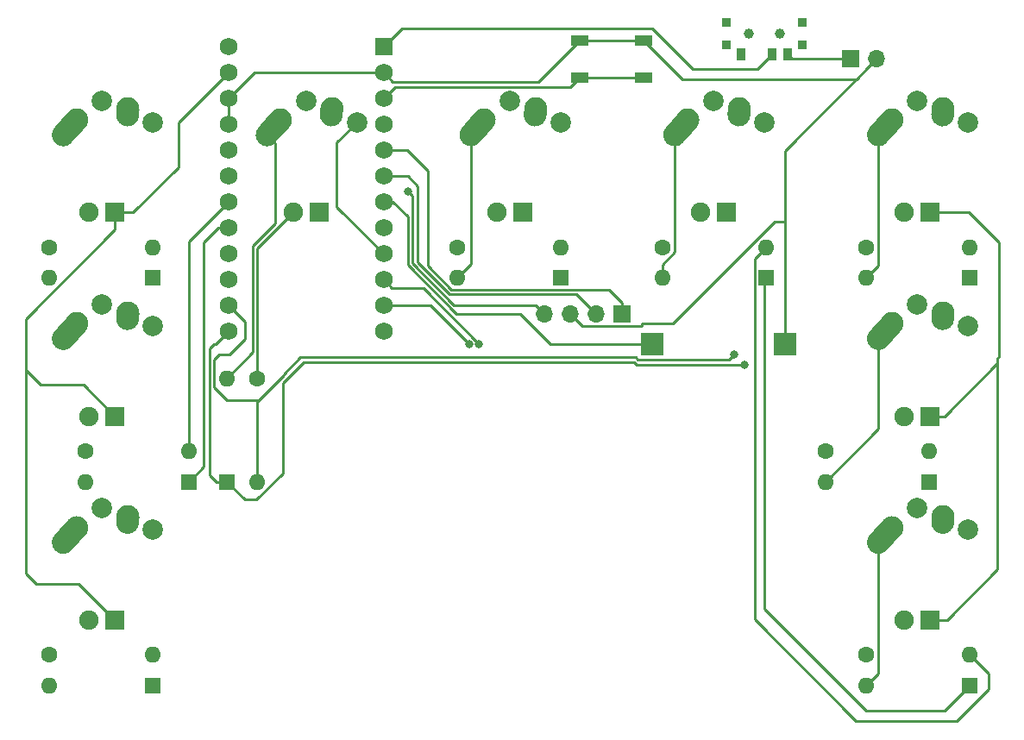
<source format=gbr>
G04 #@! TF.GenerationSoftware,KiCad,Pcbnew,(5.1.9)-1*
G04 #@! TF.CreationDate,2021-02-07T16:45:38-06:00*
G04 #@! TF.ProjectId,4x4_CNC_encoder_PCB,3478345f-434e-4435-9f65-6e636f646572,rev?*
G04 #@! TF.SameCoordinates,Original*
G04 #@! TF.FileFunction,Copper,L2,Bot*
G04 #@! TF.FilePolarity,Positive*
%FSLAX46Y46*%
G04 Gerber Fmt 4.6, Leading zero omitted, Abs format (unit mm)*
G04 Created by KiCad (PCBNEW (5.1.9)-1) date 2021-02-07 16:45:38*
%MOMM*%
%LPD*%
G01*
G04 APERTURE LIST*
G04 #@! TA.AperFunction,ComponentPad*
%ADD10O,1.700000X1.700000*%
G04 #@! TD*
G04 #@! TA.AperFunction,ComponentPad*
%ADD11R,1.700000X1.700000*%
G04 #@! TD*
G04 #@! TA.AperFunction,ComponentPad*
%ADD12O,1.600000X1.600000*%
G04 #@! TD*
G04 #@! TA.AperFunction,ComponentPad*
%ADD13C,1.600000*%
G04 #@! TD*
G04 #@! TA.AperFunction,ComponentPad*
%ADD14R,1.600000X1.600000*%
G04 #@! TD*
G04 #@! TA.AperFunction,ComponentPad*
%ADD15R,1.905000X1.905000*%
G04 #@! TD*
G04 #@! TA.AperFunction,ComponentPad*
%ADD16C,1.905000*%
G04 #@! TD*
G04 #@! TA.AperFunction,ComponentPad*
%ADD17C,2.000000*%
G04 #@! TD*
G04 #@! TA.AperFunction,ComponentPad*
%ADD18C,2.250000*%
G04 #@! TD*
G04 #@! TA.AperFunction,SMDPad,CuDef*
%ADD19R,0.900000X0.900000*%
G04 #@! TD*
G04 #@! TA.AperFunction,SMDPad,CuDef*
%ADD20R,0.900000X1.250000*%
G04 #@! TD*
G04 #@! TA.AperFunction,WasherPad*
%ADD21C,1.000000*%
G04 #@! TD*
G04 #@! TA.AperFunction,SMDPad,CuDef*
%ADD22R,2.300000X2.300000*%
G04 #@! TD*
G04 #@! TA.AperFunction,SMDPad,CuDef*
%ADD23R,1.800000X1.100000*%
G04 #@! TD*
G04 #@! TA.AperFunction,ComponentPad*
%ADD24C,1.752600*%
G04 #@! TD*
G04 #@! TA.AperFunction,ComponentPad*
%ADD25R,1.752600X1.752600*%
G04 #@! TD*
G04 #@! TA.AperFunction,ViaPad*
%ADD26C,0.800000*%
G04 #@! TD*
G04 #@! TA.AperFunction,Conductor*
%ADD27C,0.250000*%
G04 #@! TD*
G04 APERTURE END LIST*
D10*
X136040000Y-65000000D03*
D11*
X133500000Y-65000000D03*
D12*
X145160000Y-123500000D03*
D13*
X135000000Y-123500000D03*
D12*
X141160000Y-103500000D03*
D13*
X131000000Y-103500000D03*
D12*
X145160000Y-83500000D03*
D13*
X135000000Y-83500000D03*
D12*
X125160000Y-83500000D03*
D13*
X115000000Y-83500000D03*
D12*
X105000000Y-83500000D03*
D13*
X94840000Y-83500000D03*
D12*
X75250000Y-106500000D03*
D13*
X75250000Y-96340000D03*
D12*
X65000000Y-83500000D03*
D13*
X54840000Y-83500000D03*
D12*
X68500000Y-103500000D03*
D13*
X58340000Y-103500000D03*
D12*
X65000000Y-123500000D03*
D13*
X54840000Y-123500000D03*
D12*
X135000000Y-126500000D03*
D14*
X145160000Y-126500000D03*
D12*
X131000000Y-106500000D03*
D14*
X141160000Y-106500000D03*
D12*
X135000000Y-86500000D03*
D14*
X145160000Y-86500000D03*
D12*
X115000000Y-86500000D03*
D14*
X125160000Y-86500000D03*
D12*
X94840000Y-86500000D03*
D14*
X105000000Y-86500000D03*
D12*
X72250000Y-96340000D03*
D14*
X72250000Y-106500000D03*
D12*
X54840000Y-86500000D03*
D14*
X65000000Y-86500000D03*
D12*
X58340000Y-106500000D03*
D14*
X68500000Y-106500000D03*
D12*
X54840000Y-126500000D03*
D14*
X65000000Y-126500000D03*
D15*
X141270000Y-120080000D03*
D16*
X138730000Y-120080000D03*
D17*
X140000000Y-109100000D03*
X145000000Y-111200000D03*
D18*
X137500000Y-111000000D03*
G04 #@! TA.AperFunction,ComponentPad*
G36*
G01*
X135438688Y-113297350D02*
X135438688Y-113297350D01*
G75*
G02*
X135352650Y-111708688I751312J837350D01*
G01*
X136662640Y-110248680D01*
G75*
G02*
X138251302Y-110162642I837350J-751312D01*
G01*
X138251302Y-110162642D01*
G75*
G02*
X138337340Y-111751304I-751312J-837350D01*
G01*
X137027350Y-113211312D01*
G75*
G02*
X135438688Y-113297350I-837350J751312D01*
G01*
G37*
G04 #@! TD.AperFunction*
X142540000Y-109920000D03*
G04 #@! TA.AperFunction,ComponentPad*
G36*
G01*
X142423483Y-111622395D02*
X142423483Y-111622395D01*
G75*
G02*
X141377605Y-110423483I76517J1122395D01*
G01*
X141417147Y-109843451D01*
G75*
G02*
X142616059Y-108797573I1122395J-76517D01*
G01*
X142616059Y-108797573D01*
G75*
G02*
X143661937Y-109996485I-76517J-1122395D01*
G01*
X143622395Y-110576517D01*
G75*
G02*
X142423483Y-111622395I-1122395J76517D01*
G01*
G37*
G04 #@! TD.AperFunction*
D15*
X141270000Y-100080000D03*
D16*
X138730000Y-100080000D03*
D17*
X140000000Y-89100000D03*
X145000000Y-91200000D03*
D18*
X137500000Y-91000000D03*
G04 #@! TA.AperFunction,ComponentPad*
G36*
G01*
X135438688Y-93297350D02*
X135438688Y-93297350D01*
G75*
G02*
X135352650Y-91708688I751312J837350D01*
G01*
X136662640Y-90248680D01*
G75*
G02*
X138251302Y-90162642I837350J-751312D01*
G01*
X138251302Y-90162642D01*
G75*
G02*
X138337340Y-91751304I-751312J-837350D01*
G01*
X137027350Y-93211312D01*
G75*
G02*
X135438688Y-93297350I-837350J751312D01*
G01*
G37*
G04 #@! TD.AperFunction*
X142540000Y-89920000D03*
G04 #@! TA.AperFunction,ComponentPad*
G36*
G01*
X142423483Y-91622395D02*
X142423483Y-91622395D01*
G75*
G02*
X141377605Y-90423483I76517J1122395D01*
G01*
X141417147Y-89843451D01*
G75*
G02*
X142616059Y-88797573I1122395J-76517D01*
G01*
X142616059Y-88797573D01*
G75*
G02*
X143661937Y-89996485I-76517J-1122395D01*
G01*
X143622395Y-90576517D01*
G75*
G02*
X142423483Y-91622395I-1122395J76517D01*
G01*
G37*
G04 #@! TD.AperFunction*
D15*
X141270000Y-80080000D03*
D16*
X138730000Y-80080000D03*
D17*
X140000000Y-69100000D03*
X145000000Y-71200000D03*
D18*
X137500000Y-71000000D03*
G04 #@! TA.AperFunction,ComponentPad*
G36*
G01*
X135438688Y-73297350D02*
X135438688Y-73297350D01*
G75*
G02*
X135352650Y-71708688I751312J837350D01*
G01*
X136662640Y-70248680D01*
G75*
G02*
X138251302Y-70162642I837350J-751312D01*
G01*
X138251302Y-70162642D01*
G75*
G02*
X138337340Y-71751304I-751312J-837350D01*
G01*
X137027350Y-73211312D01*
G75*
G02*
X135438688Y-73297350I-837350J751312D01*
G01*
G37*
G04 #@! TD.AperFunction*
X142540000Y-69920000D03*
G04 #@! TA.AperFunction,ComponentPad*
G36*
G01*
X142423483Y-71622395D02*
X142423483Y-71622395D01*
G75*
G02*
X141377605Y-70423483I76517J1122395D01*
G01*
X141417147Y-69843451D01*
G75*
G02*
X142616059Y-68797573I1122395J-76517D01*
G01*
X142616059Y-68797573D01*
G75*
G02*
X143661937Y-69996485I-76517J-1122395D01*
G01*
X143622395Y-70576517D01*
G75*
G02*
X142423483Y-71622395I-1122395J76517D01*
G01*
G37*
G04 #@! TD.AperFunction*
D15*
X121270000Y-80080000D03*
D16*
X118730000Y-80080000D03*
D17*
X120000000Y-69100000D03*
X125000000Y-71200000D03*
D18*
X117500000Y-71000000D03*
G04 #@! TA.AperFunction,ComponentPad*
G36*
G01*
X115438688Y-73297350D02*
X115438688Y-73297350D01*
G75*
G02*
X115352650Y-71708688I751312J837350D01*
G01*
X116662640Y-70248680D01*
G75*
G02*
X118251302Y-70162642I837350J-751312D01*
G01*
X118251302Y-70162642D01*
G75*
G02*
X118337340Y-71751304I-751312J-837350D01*
G01*
X117027350Y-73211312D01*
G75*
G02*
X115438688Y-73297350I-837350J751312D01*
G01*
G37*
G04 #@! TD.AperFunction*
X122540000Y-69920000D03*
G04 #@! TA.AperFunction,ComponentPad*
G36*
G01*
X122423483Y-71622395D02*
X122423483Y-71622395D01*
G75*
G02*
X121377605Y-70423483I76517J1122395D01*
G01*
X121417147Y-69843451D01*
G75*
G02*
X122616059Y-68797573I1122395J-76517D01*
G01*
X122616059Y-68797573D01*
G75*
G02*
X123661937Y-69996485I-76517J-1122395D01*
G01*
X123622395Y-70576517D01*
G75*
G02*
X122423483Y-71622395I-1122395J76517D01*
G01*
G37*
G04 #@! TD.AperFunction*
D15*
X101270000Y-80080000D03*
D16*
X98730000Y-80080000D03*
D17*
X100000000Y-69100000D03*
X105000000Y-71200000D03*
D18*
X97500000Y-71000000D03*
G04 #@! TA.AperFunction,ComponentPad*
G36*
G01*
X95438688Y-73297350D02*
X95438688Y-73297350D01*
G75*
G02*
X95352650Y-71708688I751312J837350D01*
G01*
X96662640Y-70248680D01*
G75*
G02*
X98251302Y-70162642I837350J-751312D01*
G01*
X98251302Y-70162642D01*
G75*
G02*
X98337340Y-71751304I-751312J-837350D01*
G01*
X97027350Y-73211312D01*
G75*
G02*
X95438688Y-73297350I-837350J751312D01*
G01*
G37*
G04 #@! TD.AperFunction*
X102540000Y-69920000D03*
G04 #@! TA.AperFunction,ComponentPad*
G36*
G01*
X102423483Y-71622395D02*
X102423483Y-71622395D01*
G75*
G02*
X101377605Y-70423483I76517J1122395D01*
G01*
X101417147Y-69843451D01*
G75*
G02*
X102616059Y-68797573I1122395J-76517D01*
G01*
X102616059Y-68797573D01*
G75*
G02*
X103661937Y-69996485I-76517J-1122395D01*
G01*
X103622395Y-70576517D01*
G75*
G02*
X102423483Y-71622395I-1122395J76517D01*
G01*
G37*
G04 #@! TD.AperFunction*
D15*
X81270000Y-80080000D03*
D16*
X78730000Y-80080000D03*
D17*
X80000000Y-69100000D03*
X85000000Y-71200000D03*
D18*
X77500000Y-71000000D03*
G04 #@! TA.AperFunction,ComponentPad*
G36*
G01*
X75438688Y-73297350D02*
X75438688Y-73297350D01*
G75*
G02*
X75352650Y-71708688I751312J837350D01*
G01*
X76662640Y-70248680D01*
G75*
G02*
X78251302Y-70162642I837350J-751312D01*
G01*
X78251302Y-70162642D01*
G75*
G02*
X78337340Y-71751304I-751312J-837350D01*
G01*
X77027350Y-73211312D01*
G75*
G02*
X75438688Y-73297350I-837350J751312D01*
G01*
G37*
G04 #@! TD.AperFunction*
X82540000Y-69920000D03*
G04 #@! TA.AperFunction,ComponentPad*
G36*
G01*
X82423483Y-71622395D02*
X82423483Y-71622395D01*
G75*
G02*
X81377605Y-70423483I76517J1122395D01*
G01*
X81417147Y-69843451D01*
G75*
G02*
X82616059Y-68797573I1122395J-76517D01*
G01*
X82616059Y-68797573D01*
G75*
G02*
X83661937Y-69996485I-76517J-1122395D01*
G01*
X83622395Y-70576517D01*
G75*
G02*
X82423483Y-71622395I-1122395J76517D01*
G01*
G37*
G04 #@! TD.AperFunction*
D15*
X61270000Y-80080000D03*
D16*
X58730000Y-80080000D03*
D17*
X60000000Y-69100000D03*
X65000000Y-71200000D03*
D18*
X57500000Y-71000000D03*
G04 #@! TA.AperFunction,ComponentPad*
G36*
G01*
X55438688Y-73297350D02*
X55438688Y-73297350D01*
G75*
G02*
X55352650Y-71708688I751312J837350D01*
G01*
X56662640Y-70248680D01*
G75*
G02*
X58251302Y-70162642I837350J-751312D01*
G01*
X58251302Y-70162642D01*
G75*
G02*
X58337340Y-71751304I-751312J-837350D01*
G01*
X57027350Y-73211312D01*
G75*
G02*
X55438688Y-73297350I-837350J751312D01*
G01*
G37*
G04 #@! TD.AperFunction*
X62540000Y-69920000D03*
G04 #@! TA.AperFunction,ComponentPad*
G36*
G01*
X62423483Y-71622395D02*
X62423483Y-71622395D01*
G75*
G02*
X61377605Y-70423483I76517J1122395D01*
G01*
X61417147Y-69843451D01*
G75*
G02*
X62616059Y-68797573I1122395J-76517D01*
G01*
X62616059Y-68797573D01*
G75*
G02*
X63661937Y-69996485I-76517J-1122395D01*
G01*
X63622395Y-70576517D01*
G75*
G02*
X62423483Y-71622395I-1122395J76517D01*
G01*
G37*
G04 #@! TD.AperFunction*
D15*
X61270000Y-100080000D03*
D16*
X58730000Y-100080000D03*
D17*
X60000000Y-89100000D03*
X65000000Y-91200000D03*
D18*
X57500000Y-91000000D03*
G04 #@! TA.AperFunction,ComponentPad*
G36*
G01*
X55438688Y-93297350D02*
X55438688Y-93297350D01*
G75*
G02*
X55352650Y-91708688I751312J837350D01*
G01*
X56662640Y-90248680D01*
G75*
G02*
X58251302Y-90162642I837350J-751312D01*
G01*
X58251302Y-90162642D01*
G75*
G02*
X58337340Y-91751304I-751312J-837350D01*
G01*
X57027350Y-93211312D01*
G75*
G02*
X55438688Y-93297350I-837350J751312D01*
G01*
G37*
G04 #@! TD.AperFunction*
X62540000Y-89920000D03*
G04 #@! TA.AperFunction,ComponentPad*
G36*
G01*
X62423483Y-91622395D02*
X62423483Y-91622395D01*
G75*
G02*
X61377605Y-90423483I76517J1122395D01*
G01*
X61417147Y-89843451D01*
G75*
G02*
X62616059Y-88797573I1122395J-76517D01*
G01*
X62616059Y-88797573D01*
G75*
G02*
X63661937Y-89996485I-76517J-1122395D01*
G01*
X63622395Y-90576517D01*
G75*
G02*
X62423483Y-91622395I-1122395J76517D01*
G01*
G37*
G04 #@! TD.AperFunction*
D15*
X61270000Y-120080000D03*
D16*
X58730000Y-120080000D03*
D17*
X60000000Y-109100000D03*
X65000000Y-111200000D03*
D18*
X57500000Y-111000000D03*
G04 #@! TA.AperFunction,ComponentPad*
G36*
G01*
X55438688Y-113297350D02*
X55438688Y-113297350D01*
G75*
G02*
X55352650Y-111708688I751312J837350D01*
G01*
X56662640Y-110248680D01*
G75*
G02*
X58251302Y-110162642I837350J-751312D01*
G01*
X58251302Y-110162642D01*
G75*
G02*
X58337340Y-111751304I-751312J-837350D01*
G01*
X57027350Y-113211312D01*
G75*
G02*
X55438688Y-113297350I-837350J751312D01*
G01*
G37*
G04 #@! TD.AperFunction*
X62540000Y-109920000D03*
G04 #@! TA.AperFunction,ComponentPad*
G36*
G01*
X62423483Y-111622395D02*
X62423483Y-111622395D01*
G75*
G02*
X61377605Y-110423483I76517J1122395D01*
G01*
X61417147Y-109843451D01*
G75*
G02*
X62616059Y-108797573I1122395J-76517D01*
G01*
X62616059Y-108797573D01*
G75*
G02*
X63661937Y-109996485I-76517J-1122395D01*
G01*
X63622395Y-110576517D01*
G75*
G02*
X62423483Y-111622395I-1122395J76517D01*
G01*
G37*
G04 #@! TD.AperFunction*
D19*
X128700000Y-61400000D03*
X128700000Y-63600000D03*
X121300000Y-63600000D03*
X121300000Y-61400000D03*
D20*
X122750000Y-64575000D03*
X127250000Y-64575000D03*
X125750000Y-64575000D03*
D21*
X126500000Y-62500000D03*
X123500000Y-62500000D03*
D22*
X114000000Y-93000000D03*
X127000000Y-93000000D03*
D23*
X113100000Y-63150000D03*
X106900000Y-63150000D03*
X113100000Y-66850000D03*
X106900000Y-66850000D03*
D24*
X72380000Y-63804000D03*
X72380000Y-66344000D03*
X72380000Y-68884000D03*
X72380000Y-71424000D03*
X72380000Y-73964000D03*
X72380000Y-76504000D03*
X72380000Y-79044000D03*
X72380000Y-81584000D03*
X72380000Y-84124000D03*
X72380000Y-86664000D03*
X72380000Y-89204000D03*
X72380000Y-91744000D03*
X87620000Y-91744000D03*
X87620000Y-89204000D03*
X87620000Y-86664000D03*
X87620000Y-84124000D03*
X87620000Y-81584000D03*
X87620000Y-79044000D03*
X87620000Y-76504000D03*
X87620000Y-73964000D03*
X87620000Y-71424000D03*
X87620000Y-68884000D03*
X87620000Y-66344000D03*
D25*
X87620000Y-63804000D03*
D10*
X103380000Y-90000000D03*
X105920000Y-90000000D03*
X108460000Y-90000000D03*
D11*
X111000000Y-90000000D03*
D26*
X90000000Y-78000000D03*
X123013671Y-95011648D03*
X121999994Y-94000000D03*
X97012660Y-92987340D03*
X96000000Y-93000000D03*
D27*
X102530001Y-89150001D02*
X94552176Y-89150001D01*
X90450011Y-78450011D02*
X90000000Y-78000000D01*
X103380000Y-90000000D02*
X102530001Y-89150001D01*
X94552176Y-89150001D02*
X90450011Y-85047835D01*
X90450011Y-85047835D02*
X90450011Y-78450011D01*
X136040000Y-65000000D02*
X134040000Y-67000000D01*
X116950000Y-67000000D02*
X113100000Y-63150000D01*
X134040000Y-67000000D02*
X116950000Y-67000000D01*
X113100000Y-63150000D02*
X106900000Y-63150000D01*
X106900000Y-63150000D02*
X106674999Y-62924999D01*
X136040000Y-65000000D02*
X127000000Y-74040000D01*
X127000000Y-81000000D02*
X127000000Y-93000000D01*
X127000000Y-74040000D02*
X127000000Y-81000000D01*
X125994998Y-81000000D02*
X127000000Y-81000000D01*
X115994998Y-91000000D02*
X125994998Y-81000000D01*
X113000000Y-91000000D02*
X115994998Y-91000000D01*
X113000000Y-91114998D02*
X113000000Y-91000000D01*
X112939997Y-91175001D02*
X113000000Y-91114998D01*
X107095001Y-91175001D02*
X112939997Y-91175001D01*
X105920000Y-90000000D02*
X107095001Y-91175001D01*
X72380000Y-71424000D02*
X72380000Y-68884000D01*
X74920000Y-66344000D02*
X87620000Y-66344000D01*
X72380000Y-68884000D02*
X74920000Y-66344000D01*
X88496299Y-67220299D02*
X87620000Y-66344000D01*
X106900000Y-63150000D02*
X102829701Y-67220299D01*
X102829701Y-67220299D02*
X88496299Y-67220299D01*
X90000000Y-76500000D02*
X87624000Y-76500000D01*
X91000000Y-77500000D02*
X90000000Y-76500000D01*
X91000000Y-84961414D02*
X91000000Y-77500000D01*
X94113597Y-88075012D02*
X91000000Y-84961414D01*
X87624000Y-76500000D02*
X87620000Y-76504000D01*
X106535012Y-88075012D02*
X94113597Y-88075012D01*
X108460000Y-90000000D02*
X106535012Y-88075012D01*
X92000000Y-76000000D02*
X89964000Y-73964000D01*
X92000000Y-85325004D02*
X92000000Y-76000000D01*
X94299996Y-87625001D02*
X92000000Y-85325004D01*
X109725001Y-87625001D02*
X94299996Y-87625001D01*
X111000000Y-88900000D02*
X109725001Y-87625001D01*
X89964000Y-73964000D02*
X87620000Y-73964000D01*
X111000000Y-90000000D02*
X111000000Y-88900000D01*
X106116000Y-67634000D02*
X106900000Y-66850000D01*
X106900000Y-66850000D02*
X113100000Y-66850000D01*
X105975001Y-67774999D02*
X106900000Y-66850000D01*
X88729001Y-67774999D02*
X105975001Y-67774999D01*
X87620000Y-68884000D02*
X88729001Y-67774999D01*
X127675000Y-65000000D02*
X127250000Y-64575000D01*
X133500000Y-65000000D02*
X127675000Y-65000000D01*
X125750000Y-64575000D02*
X124325000Y-66000000D01*
X117985002Y-66000000D02*
X113985002Y-62000000D01*
X124325000Y-66000000D02*
X117985002Y-66000000D01*
X89424000Y-62000000D02*
X87620000Y-63804000D01*
X113985002Y-62000000D02*
X89424000Y-62000000D01*
X90000000Y-80500000D02*
X88544000Y-79044000D01*
X90000000Y-85234235D02*
X90000000Y-80500000D01*
X94765765Y-90000000D02*
X90000000Y-85234235D01*
X104000000Y-93000000D02*
X101000000Y-90000000D01*
X88544000Y-79044000D02*
X87620000Y-79044000D01*
X101000000Y-90000000D02*
X94765765Y-90000000D01*
X114000000Y-93000000D02*
X104000000Y-93000000D01*
X122447986Y-95011648D02*
X123013671Y-95011648D01*
X112490235Y-95011648D02*
X122447986Y-95011648D01*
X75165002Y-108250000D02*
X77750000Y-105665002D01*
X112228587Y-94750000D02*
X112490235Y-95011648D01*
X74000000Y-108250000D02*
X75165002Y-108250000D01*
X79763911Y-94750000D02*
X112228587Y-94750000D01*
X77750000Y-96763911D02*
X79763911Y-94750000D01*
X72250000Y-106500000D02*
X74000000Y-108250000D01*
X77750000Y-105665002D02*
X77750000Y-96763911D01*
X71124000Y-93000000D02*
X72380000Y-91744000D01*
X71000000Y-93000000D02*
X71124000Y-93000000D01*
X70549991Y-93450009D02*
X71000000Y-93000000D01*
X70549991Y-105849991D02*
X70549991Y-93450009D01*
X71200000Y-106500000D02*
X70549991Y-105849991D01*
X72250000Y-106500000D02*
X71200000Y-106500000D01*
X71416000Y-81584000D02*
X72380000Y-81584000D01*
X70000000Y-83000000D02*
X71416000Y-81584000D01*
X70000000Y-105000000D02*
X70000000Y-83000000D01*
X68500000Y-106500000D02*
X70000000Y-105000000D01*
X142660000Y-129000000D02*
X145160000Y-126500000D01*
X135000000Y-129000000D02*
X142660000Y-129000000D01*
X125024999Y-119024999D02*
X135000000Y-129000000D01*
X125024999Y-86635001D02*
X125024999Y-119024999D01*
X125160000Y-86500000D02*
X125024999Y-86635001D01*
X77000000Y-73270000D02*
X76190000Y-72460000D01*
X77000000Y-81173589D02*
X77000000Y-73270000D01*
X74799989Y-83373600D02*
X77000000Y-81173589D01*
X74799989Y-93790011D02*
X74799989Y-83373600D01*
X72250000Y-96340000D02*
X74799989Y-93790011D01*
X96190000Y-85150000D02*
X94840000Y-86500000D01*
X96190000Y-72460000D02*
X96190000Y-85150000D01*
X115000000Y-85165002D02*
X115000000Y-86500000D01*
X116190000Y-83975002D02*
X115000000Y-85165002D01*
X116190000Y-72460000D02*
X116190000Y-83975002D01*
X136190000Y-85310000D02*
X136190000Y-72460000D01*
X135000000Y-86500000D02*
X136190000Y-85310000D01*
X136190000Y-101310000D02*
X136190000Y-92460000D01*
X131000000Y-106500000D02*
X136190000Y-101310000D01*
X136190000Y-125310000D02*
X136190000Y-112460000D01*
X135000000Y-126500000D02*
X136190000Y-125310000D01*
X77794987Y-95955013D02*
X77794987Y-96082514D01*
X79450011Y-94299989D02*
X77794987Y-95955013D01*
X77794987Y-96082514D02*
X75877501Y-98000000D01*
X112589999Y-94475001D02*
X112414987Y-94299989D01*
X121999994Y-94000000D02*
X121524993Y-94475001D01*
X121524993Y-94475001D02*
X112589999Y-94475001D01*
X112414987Y-94299989D02*
X79450011Y-94299989D01*
X75250000Y-98627501D02*
X75877501Y-98000000D01*
X75250000Y-106500000D02*
X75250000Y-98627501D01*
X72500000Y-94000000D02*
X74000000Y-92500000D01*
X71500000Y-94000000D02*
X72500000Y-94000000D01*
X71000000Y-94500000D02*
X71500000Y-94000000D01*
X74000000Y-90824000D02*
X72380000Y-89204000D01*
X71000000Y-97250000D02*
X71000000Y-94500000D01*
X74000000Y-92500000D02*
X74000000Y-90824000D01*
X72250000Y-98500000D02*
X71000000Y-97250000D01*
X75377501Y-98500000D02*
X72250000Y-98500000D01*
X75877501Y-98000000D02*
X75377501Y-98500000D01*
X68500000Y-82924000D02*
X72380000Y-79044000D01*
X68500000Y-103500000D02*
X68500000Y-82924000D01*
X124034999Y-84625001D02*
X125160000Y-83500000D01*
X124034999Y-120034999D02*
X124034999Y-84625001D01*
X134000000Y-130000000D02*
X124034999Y-120034999D01*
X143845002Y-130000000D02*
X134000000Y-130000000D01*
X147000000Y-126845002D02*
X143845002Y-130000000D01*
X147000000Y-125340000D02*
X147000000Y-126845002D01*
X145160000Y-123500000D02*
X147000000Y-125340000D01*
X75250000Y-83560000D02*
X78730000Y-80080000D01*
X75250000Y-96340000D02*
X75250000Y-83560000D01*
X58190000Y-97000000D02*
X61270000Y-100080000D01*
X54000000Y-97000000D02*
X58190000Y-97000000D01*
X52500000Y-95500000D02*
X54000000Y-97000000D01*
X52500000Y-90505002D02*
X52500000Y-95500000D01*
X61270000Y-81735002D02*
X52500000Y-90505002D01*
X61270000Y-80080000D02*
X61270000Y-81735002D01*
X53500000Y-116500000D02*
X57690000Y-116500000D01*
X57690000Y-116500000D02*
X61270000Y-120080000D01*
X52500000Y-115500000D02*
X53500000Y-116500000D01*
X52500000Y-95500000D02*
X52500000Y-115500000D01*
X67500000Y-71224000D02*
X72380000Y-66344000D01*
X67500000Y-75619501D02*
X67500000Y-71224000D01*
X63039501Y-80080000D02*
X67500000Y-75619501D01*
X61270000Y-80080000D02*
X63039501Y-80080000D01*
X87620000Y-84124000D02*
X83000000Y-79504000D01*
X83000000Y-73200000D02*
X85000000Y-71200000D01*
X83000000Y-79504000D02*
X83000000Y-73200000D01*
X141270000Y-80080000D02*
X145080000Y-80080000D01*
X145080000Y-80080000D02*
X148000000Y-83000000D01*
X148000000Y-83000000D02*
X148000000Y-94239002D01*
X148000000Y-94239002D02*
X147869501Y-94369501D01*
X142920000Y-120080000D02*
X141270000Y-120080000D01*
X147869501Y-115130499D02*
X142920000Y-120080000D01*
X147869501Y-94369501D02*
X147869501Y-115130499D01*
X142670000Y-100080000D02*
X141270000Y-100080000D01*
X147869501Y-94880499D02*
X142670000Y-100080000D01*
X147869501Y-94369501D02*
X147869501Y-94880499D01*
X88459990Y-87503990D02*
X87620000Y-86664000D01*
X91529310Y-87503990D02*
X88459990Y-87503990D01*
X97012660Y-92987340D02*
X91529310Y-87503990D01*
X94000000Y-91000000D02*
X96000000Y-93000000D01*
X92204000Y-89204000D02*
X94000000Y-91000000D01*
X87620000Y-89204000D02*
X92204000Y-89204000D01*
M02*

</source>
